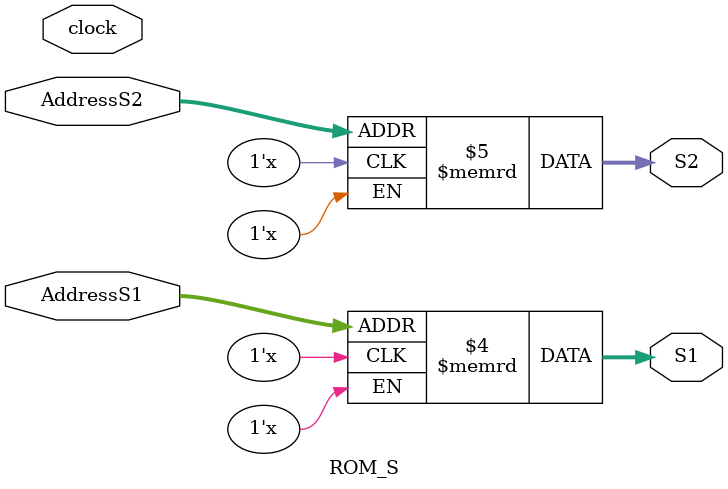
<source format=v>
`timescale 1ns/1ps

/* Module For Top Level Hierarchy */
module top (
  input clock,
  input start,
  output [7:0] bestDistance,  // Updated
  output [3:0] motionX, motionY,
  output completed,
  input [7:0] R, S1, S2,
  output [7:0] AddressR,
  output [9:0] AddressS1, AddressS2
);

  wire [15:0] S1S2mux, newDist, PEready;
  wire CompStart;
  wire [3:0] VectorX, VectorY;
  wire [127:0] Accumulate;
  wire [7:0] Rpipe;

  control ctl_u (
    .clock(clock),
    .start(start),
    .S1S2mux(S1S2mux),
    .newDist(newDist),
    .CompStart(CompStart),
    .PEready(PEready),
    .VectorX(VectorX),
    .VectorY(VectorY),
    .AddressR(AddressR),
    .AddressS1(AddressS1),
    .AddressS2(AddressS2),
    .completed(completed)
  );

  PEtotal pe_u (
    .clock(clock),
    .R(R),
    .S1(S1),
    .S2(S2),
    .S1S2mux(S1S2mux),
    .newDist(newDist),
    .Accumulate(Accumulate)
  );

  Comparator comp_u (
    .clock(clock),
    .CompStart(CompStart),
    .Accumulate(Accumulate),
    .PEready(PEready),
    .VectorX(VectorX),
    .VectorY(VectorY),
    .bestDistance(bestDistance),  // Updated
    .motionX(motionX),
    .motionY(motionY)
  );

endmodule

/* Module For Processing Element (PE) */
module PE (
  input clock,
  input [7:0] R, S1, S2,  // memory inputs
  input S1S2mux, newDist,  // control input
  output [7:0] Accumulate, Rpipe
);
  reg [7:0] Accumulate, AccumulateIn, difference, difference_temp, Rpipe;
  reg Carry;

  always @(posedge clock) Rpipe <= R;
  always @(posedge clock) Accumulate <= AccumulateIn;

  always @(R or S1 or S2 or S1S2mux or newDist or Accumulate) begin 
    difference = R - (S1S2mux ? S1 : S2);
    difference_temp = -difference;
    if (difference < 0) difference = difference_temp;
    {Carry, AccumulateIn} = Accumulate + difference;
    if (Carry == 1) AccumulateIn = 8'hFF;  // saturated
    if (newDist == 1) AccumulateIn = difference;
  end
endmodule

/* Module For The Last Processing Element (PEend) */
module PEend (
  input clock,
  input [7:0] R, S1, S2,  // memory inputs
  input S1S2mux, newDist,  // control input
  output [7:0] Accumulate
);
  reg [7:0] Accumulate, AccumulateIn, difference, difference_temp;
  reg Carry;

  always @(posedge clock) Accumulate <= AccumulateIn;

  always @(R or S1 or S2 or S1S2mux or newDist or Accumulate) begin 
    difference = R - (S1S2mux ? S1 : S2);
    difference_temp = -difference;
    if (difference < 0) difference = difference_temp;
    {Carry, AccumulateIn} = Accumulate + difference;
    if (Carry == 1) AccumulateIn = 8'hFF;  // saturated
    if (newDist == 1) AccumulateIn = difference;
  end
endmodule

/* Module For Control Unit */
module control (
  input clock,
  input start,  // = 1 when going
  output [15:0] S1S2mux, newDist, PEready,
  output CompStart,
  output [3:0] VectorX, VectorY,
  output [7:0] AddressR,
  output [9:0] AddressS1, AddressS2,
  output reg completed
);
  parameter count_complete = 16 * (16 * 16) + 15;  // 4111

  reg [15:0] S1S2mux, newDist, PEready;
  reg CompStart;
  reg [3:0] VectorX, VectorY;
  reg [7:0] AddressR;
  reg [9:0] AddressS1, AddressS2;
  reg [12:0] count, count_temp;
  integer i;

  reg [11:0] temp;
  always @(posedge clock) begin
    if (start == 0) count <= 12'b0;
    else if (completed == 0) count <= count_temp;
  end
  
  always @(count) begin
    count_temp = count + 1'b1;
    for (i = 0; i < 16; i = i + 1) begin
      newDist[i] = (count[7:0] == i);  
      PEready[i] = (newDist[i] && !(count < 256));  
      S1S2mux[i] = (count[3:0] >= i);
      CompStart  = (!(count < 256));
    end

    AddressR = count[7:0];
    AddressS1 = (count[11:8] + count[7:4]) * 32 + count[3:0];

    temp = count[11:0] - 16;
    AddressS2 = (temp[11:8] + temp[7:4]) * 32 + temp[3:0] + 16;

    VectorX = count[3:0] - 8; 
    VectorY = count[11:8] - 9;

    completed = (count[12:0] == count_complete);  // 4111
  end
endmodule

/* Module For Comparator Unit */
module Comparator (
  input clock,
  input CompStart,  // goes high when distortion calculation start
  input [8 * 16 - 1:0] PEout,  // outputs of PEs as one long vector
  input [15:0] PEready,  // goes high when that PE has a new distortion
  input [3:0] vectorX, vectorY,  // motion vector being evaluated
  output [7:0] bestDistance,  // best distortion vector so far
  output [3:0] motionX, motionY  // best motion vector so far
);
  reg [7:0] bestDistance, newDist;
  reg [3:0] motionX, motionY;
  reg newBest;
  integer n;

  always @(posedge clock) begin
    if (CompStart == 0) bestDistance <= 8'hFF;  // initialize to highest value
    else if (newBest == 1) begin
      bestDistance <= newDist;
      motionX <= vectorX;
      motionY <= vectorY;
    end
  end

  always @(bestDistance or PEout or PEready or CompStart) begin
    newDist = 8'hFF;
   
    for (n = 0; n <= 15; n = n + 1) begin
      if (PEready[n] == 1) 
        case (n) 
          4'b0000: newDist = PEout[7:0];
          4'b0001: newDist = PEout[15:8]; 
          4'b0010: newDist = PEout[23:16]; 
          4'b0011: newDist = PEout[31:24];
          4'b0100: newDist = PEout[39:32]; 
          4'b0101: newDist = PEout[47:40]; 
          4'b0110: newDist = PEout[55:48]; 
          4'b0111: newDist = PEout[63:56]; 
          4'b1000: newDist = PEout[71:64]; 
          4'b1001: newDist = PEout[79:72]; 
          4'b1010: newDist = PEout[87:80]; 
          4'b1011: newDist = PEout[95:88]; 
          4'b1100: newDist = PEout[103:96]; 
          4'b1101: newDist = PEout[111:104]; 
          4'b1110: newDist = PEout[119:112]; 
          4'b1111: newDist = PEout[127:120];
          default: newDist = 8'hFF;  
        endcase
    end

    if ((|PEready == 0) || (CompStart == 0)) newBest = 0;  // no PE is ready
    else if (newDist < bestDistance) newBest = 1;
    else newBest = 0;
  end
endmodule

/* Module For Total 16 Processing Elements (PEtotal) */
module PEtotal (
  input clock,
  input [7:0] R, S1, S2,  // memory inputs
  input [15:0] S1S2mux, newDist,  // control input
  output [127:0] Accumulate
);

  wire [7:0] Rpipe0, Rpipe1, Rpipe2, Rpipe3, Rpipe4, Rpipe5, Rpipe6, Rpipe7, Rpipe8, Rpipe9, Rpipe10, Rpipe11, Rpipe12, Rpipe13, Rpipe14;

  PE pe0 (clock, R, S1, S2, S1S2mux[0], newDist[0], Accumulate[7:0], Rpipe0);

  PE pe1 (clock, Rpipe0, S1, S2, S1S2mux[1], newDist[1], Accumulate[15:8], Rpipe1);

  PE pe2 (clock, Rpipe1, S1, S2, S1S2mux[2], newDist[2], Accumulate[23:16], Rpipe2);

  PE pe3 (clock, Rpipe2, S1, S2, S1S2mux[3], newDist[3], Accumulate[31:24], Rpipe3);

  PE pe4 (clock, Rpipe3, S1, S2, S1S2mux[4], newDist[4], Accumulate[39:32], Rpipe4);

  PE pe5 (clock, Rpipe4, S1, S2, S1S2mux[5], newDist[5], Accumulate[47:40], Rpipe5);

  PE pe6 (clock, Rpipe5, S1, S2, S1S2mux[6], newDist[6], Accumulate[55:48], Rpipe6);

  PE pe7 (clock, Rpipe6, S1, S2, S1S2mux[7], newDist[7], Accumulate[63:56], Rpipe7);

  PE pe8 (clock, Rpipe7, S1, S2, S1S2mux[8], newDist[8], Accumulate[71:64], Rpipe8);

  PE pe9 (clock, Rpipe8, S1, S2, S1S2mux[9], newDist[9], Accumulate[79:72], Rpipe9);

  PE pe10 (clock, Rpipe9, S1, S2, S1S2mux[10], newDist[10], Accumulate[87:80], Rpipe10);

  PE pe11 (clock, Rpipe10, S1, S2, S1S2mux[11], newDist[11], Accumulate[95:88], Rpipe11);

  PE pe12 (clock, Rpipe11, S1, S2, S1S2mux[12], newDist[12], Accumulate[103:96], Rpipe12);

  PE pe13 (clock, Rpipe12, S1, S2, S1S2mux[13], newDist[13], Accumulate[111:104], Rpipe13);

  PE pe14 (clock, Rpipe13, S1, S2, S1S2mux[14], newDist[14], Accumulate[119:112], Rpipe14);

  PEend pe15 (clock, Rpipe14, S1, S2, S1S2mux[15], newDist[15], Accumulate[127:120]);
endmodule

/* Module For Reference Block (Memory) */
module ROM_R (
  input clock,
  input [7:0] AddressR,
  output [7:0] R
);
  reg [7:0] R;
  reg [7:0] Rmem[255:0];

  always @(*) R = Rmem[AddressR];

endmodule

/* Module For Search Block (Memory) */
module ROM_S (
  input clock,
  input [9:0] AddressS1, AddressS2,
  output [7:0] S1, S2
);
  reg [7:0] S1, S2;
  reg [7:0] Smem[1023:0];

  always @(*) begin
    S1 = Smem[AddressS1];
    S2 = Smem[AddressS2];
  end
endmodule

</source>
